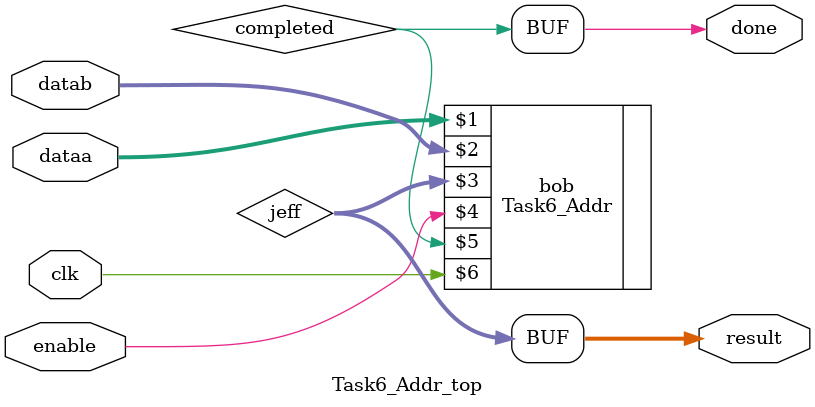
<source format=v>
module Task6_Addr_top (
	dataa,
	datab,
	result,
	enable,
	done,
	clk);
	
	input clk;
	input [31:0]dataa;
	input [31:0]datab;
	output [31:0]result;
	input enable;
	output done;
	
	wire [31:0]jeff;
	wire completed;
	
	Task6_Addr bob(dataa[31:0], datab[31:0], jeff[31:0], enable, completed, clk);
	
	assign result[31:0] = jeff[31:0];
	assign done = completed;
endmodule
	

</source>
